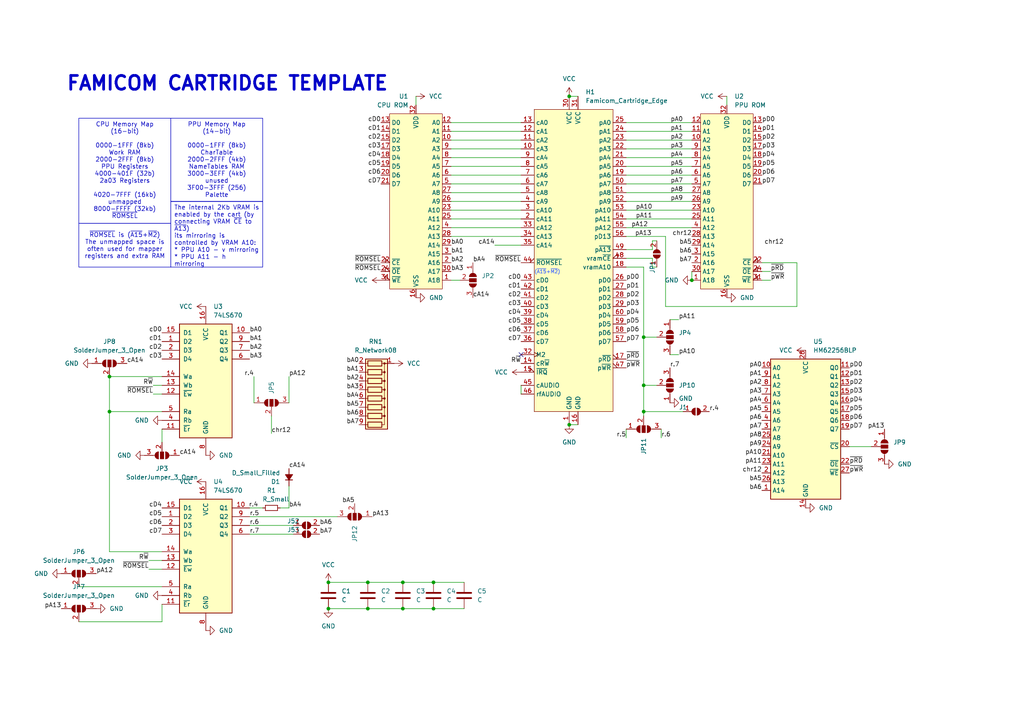
<source format=kicad_sch>
(kicad_sch (version 20230121) (generator eeschema)
  (paper "A4")
  (lib_symbols
    (symbol "74xx:74LS670" (pin_names (offset 1.016))
      (property "Reference" "U" (at -7.62 16.51 0))
      (property "Value" "74LS670" (at -7.62 -19.05 0))
      (symbol "74LS670_1_0"
        (pin input line (at -12.7 10.16 0) (length 5.08) (name "D2") (number "1"))
        (pin tri_state line (at 12.7 12.7 180) (length 5.08) (name "Q1") (number "10"))
        (pin input line (at -12.7 -15.24 0) (length 5.08) (name "~{Er}") (number "11"))
        (pin input line (at -12.7 -5.08 0) (length 5.08) (name "~{Ew}") (number "12"))
        (pin input line (at -12.7 -2.54 0) (length 5.08) (name "Wb") (number "13"))
        (pin input line (at -12.7 0 0) (length 5.08) (name "Wa") (number "14"))
        (pin input line (at -12.7 12.7 0) (length 5.08) (name "D1") (number "15"))
        (pin power_in line (at 0 20.32 270) (length 5.08) (name "VCC") (number "16"))
        (pin input line (at -12.7 7.62 0) (length 5.08) (name "D3") (number "2"))
        (pin input line (at -12.7 5.08 0) (length 5.08) (name "D4") (number "3"))
        (pin input line (at -12.7 -12.7 0) (length 5.08) (name "Rb") (number "4"))
        (pin input line (at -12.7 -10.16 0) (length 5.08) (name "Ra") (number "5"))
        (pin tri_state line (at 12.7 5.08 180) (length 5.08) (name "Q4") (number "6"))
        (pin tri_state line (at 12.7 7.62 180) (length 5.08) (name "Q3") (number "7"))
        (pin power_in line (at 0 -22.86 90) (length 5.08) (name "GND") (number "8"))
        (pin tri_state line (at 12.7 10.16 180) (length 5.08) (name "Q2") (number "9"))
      )
      (symbol "74LS670_1_1"
        (rectangle (start -7.62 15.24) (end 7.62 -17.78) (stroke (width 0.254)) (fill (type background)))
      )
    )
    (symbol "Device:C" (pin_numbers hide) (pin_names (offset 0.254))
      (property "Reference" "C" (at 0.635 2.54 0))
      (property "Value" "C" (at 0.635 -2.54 0))
      (symbol "C_0_1"
        (polyline (pts (xy -2.032 -0.762) (xy 2.032 -0.762)) (stroke (width 0.508)))
        (polyline (pts (xy -2.032 0.762) (xy 2.032 0.762)) (stroke (width 0.508)))
      )
      (symbol "C_1_1"
        (pin passive line (at 0 3.81 270) (length 2.794) (name "~") (number "1"))
        (pin passive line (at 0 -3.81 90) (length 2.794) (name "~") (number "2"))
      )
    )
    (symbol "Device:D_Small_Filled" (pin_numbers hide) (pin_names (offset 0.254) hide)
      (property "Reference" "D" (at -1.27 2.032 0))
      (property "Value" "D_Small_Filled" (at -3.81 -2.032 0))
      (symbol "D_Small_Filled_0_1"
        (polyline (pts (xy -0.762 -1.016) (xy -0.762 1.016)) (stroke (width 0.254)))
        (polyline (pts (xy -0.762 0) (xy 0.762 0)))
        (polyline (pts (xy 0.762 -1.016) (xy -0.762 0) (xy 0.762 1.016) (xy 0.762 -1.016)) (stroke (width 0.254)) (fill (type outline)))
      )
      (symbol "D_Small_Filled_1_1"
        (pin passive line (at -2.54 0 0) (length 1.778) (name "K") (number "1"))
        (pin passive line (at 2.54 0 180) (length 1.778) (name "A") (number "2"))
      )
    )
    (symbol "Device:R_Network08" (pin_names (offset 0) hide)
      (property "Reference" "RN" (at -12.7 0 90))
      (property "Value" "R_Network08" (at 10.16 0 90))
      (symbol "R_Network08_0_1"
        (rectangle (start -11.43 -3.175) (end 8.89 3.175) (stroke (width 0.254)) (fill (type background)))
        (rectangle (start -10.922 1.524) (end -9.398 -2.54) (stroke (width 0.254)))
        (circle (center -10.16 2.286) (radius 0.254) (fill (type outline)))
        (rectangle (start -8.382 1.524) (end -6.858 -2.54) (stroke (width 0.254)))
        (circle (center -7.62 2.286) (radius 0.254) (fill (type outline)))
        (rectangle (start -5.842 1.524) (end -4.318 -2.54) (stroke (width 0.254)))
        (circle (center -5.08 2.286) (radius 0.254) (fill (type outline)))
        (rectangle (start -3.302 1.524) (end -1.778 -2.54) (stroke (width 0.254)))
        (circle (center -2.54 2.286) (radius 0.254) (fill (type outline)))
        (rectangle (start -0.762 1.524) (end 0.762 -2.54) (stroke (width 0.254)))
        (polyline (pts (xy -10.16 -2.54) (xy -10.16 -3.81)))
        (polyline (pts (xy -7.62 -2.54) (xy -7.62 -3.81)))
        (polyline (pts (xy -5.08 -2.54) (xy -5.08 -3.81)))
        (polyline (pts (xy -2.54 -2.54) (xy -2.54 -3.81)))
        (polyline (pts (xy 0 -2.54) (xy 0 -3.81)))
        (polyline (pts (xy 2.54 -2.54) (xy 2.54 -3.81)))
        (polyline (pts (xy 5.08 -2.54) (xy 5.08 -3.81)))
        (polyline (pts (xy 7.62 -2.54) (xy 7.62 -3.81)))
        (polyline (pts (xy -10.16 1.524) (xy -10.16 2.286) (xy -7.62 2.286) (xy -7.62 1.524)))
        (polyline (pts (xy -7.62 1.524) (xy -7.62 2.286) (xy -5.08 2.286) (xy -5.08 1.524)))
        (polyline (pts (xy -5.08 1.524) (xy -5.08 2.286) (xy -2.54 2.286) (xy -2.54 1.524)))
        (polyline (pts (xy -2.54 1.524) (xy -2.54 2.286) (xy 0 2.286) (xy 0 1.524)))
        (polyline (pts (xy 0 1.524) (xy 0 2.286) (xy 2.54 2.286) (xy 2.54 1.524)))
        (polyline (pts (xy 2.54 1.524) (xy 2.54 2.286) (xy 5.08 2.286) (xy 5.08 1.524)))
        (polyline (pts (xy 5.08 1.524) (xy 5.08 2.286) (xy 7.62 2.286) (xy 7.62 1.524)))
        (circle (center 0 2.286) (radius 0.254) (fill (type outline)))
        (rectangle (start 1.778 1.524) (end 3.302 -2.54) (stroke (width 0.254)))
        (circle (center 2.54 2.286) (radius 0.254) (fill (type outline)))
        (rectangle (start 4.318 1.524) (end 5.842 -2.54) (stroke (width 0.254)))
        (circle (center 5.08 2.286) (radius 0.254) (fill (type outline)))
        (rectangle (start 6.858 1.524) (end 8.382 -2.54) (stroke (width 0.254)))
      )
      (symbol "R_Network08_1_1"
        (pin passive line (at -10.16 5.08 270) (length 2.54) (name "common") (number "1"))
        (pin passive line (at -10.16 -5.08 90) (length 1.27) (name "R1") (number "2"))
        (pin passive line (at -7.62 -5.08 90) (length 1.27) (name "R2") (number "3"))
        (pin passive line (at -5.08 -5.08 90) (length 1.27) (name "R3") (number "4"))
        (pin passive line (at -2.54 -5.08 90) (length 1.27) (name "R4") (number "5"))
        (pin passive line (at 0 -5.08 90) (length 1.27) (name "R5") (number "6"))
        (pin passive line (at 2.54 -5.08 90) (length 1.27) (name "R6") (number "7"))
        (pin passive line (at 5.08 -5.08 90) (length 1.27) (name "R7") (number "8"))
        (pin passive line (at 7.62 -5.08 90) (length 1.27) (name "R8") (number "9"))
      )
    )
    (symbol "Device:R_Small" (pin_numbers hide) (pin_names (offset 0.254) hide)
      (property "Reference" "R" (at 0.762 0.508 0))
      (property "Value" "R_Small" (at 0.762 -1.016 0))
      (symbol "R_Small_0_1"
        (rectangle (start -0.762 1.778) (end 0.762 -1.778) (stroke (width 0.2032)))
      )
      (symbol "R_Small_1_1"
        (pin passive line (at 0 2.54 270) (length 0.762) (name "~") (number "1"))
        (pin passive line (at 0 -2.54 90) (length 0.762) (name "~") (number "2"))
      )
    )
    (symbol "Famicom:Famicom_Cartridge_Edge"
      (property "Reference" "J" (at 19.05 92.71 0))
      (property "Value" "Famicom_Cartridge_Edge" (at 0 0 0))
      (symbol "Famicom_Cartridge_Edge_1_1"
        (rectangle (start 5.08 91.44) (end 27.94 3.81) (fill (type background)))
        (text "(~{A15}+~{M2})" (at 8.89 44.45 0) (effects (font (size 1 1))))
        (pin power_out line (at 15.24 0 90) (length 3.81) (name "GND") (number "1"))
        (pin output line (at 1.27 80.01 0) (length 3.81) (name "cA3") (number "10"))
        (pin output line (at 1.27 82.55 0) (length 3.81) (name "cA2") (number "11"))
        (pin output line (at 1.27 85.09 0) (length 3.81) (name "cA1") (number "12"))
        (pin output line (at 1.27 87.63 0) (length 3.81) (name "cA0") (number "13"))
        (pin output line (at 1.27 17.78 0) (length 3.81) (name "cR~{W}") (number "14"))
        (pin input input_low (at 1.27 15.24 0) (length 3.81) (name "~{IRQ}") (number "15"))
        (pin passive line (at 17.78 0 90) (length 3.81) (name "GND") (number "16"))
        (pin output output_low (at 31.75 19.05 180) (length 3.81) (name "p~{RD}") (number "17"))
        (pin input line (at 31.75 45.72 180) (length 3.81) (name "vramA10") (number "18"))
        (pin output line (at 31.75 72.39 180) (length 3.81) (name "pA6") (number "19"))
        (pin output line (at 1.27 59.69 0) (length 3.81) (name "cA11") (number "2"))
        (pin output line (at 31.75 74.93 180) (length 3.81) (name "pA5") (number "20"))
        (pin output line (at 31.75 77.47 180) (length 3.81) (name "pA4") (number "21"))
        (pin output line (at 31.75 80.01 180) (length 3.81) (name "pA3") (number "22"))
        (pin output line (at 31.75 82.55 180) (length 3.81) (name "pA2") (number "23"))
        (pin output line (at 31.75 85.09 180) (length 3.81) (name "pA1") (number "24"))
        (pin output line (at 31.75 87.63 180) (length 3.81) (name "pA0") (number "25"))
        (pin bidirectional line (at 31.75 41.91 180) (length 3.81) (name "pD0") (number "26"))
        (pin bidirectional line (at 31.75 39.37 180) (length 3.81) (name "pD1") (number "27"))
        (pin bidirectional line (at 31.75 36.83 180) (length 3.81) (name "pD2") (number "28"))
        (pin bidirectional line (at 31.75 34.29 180) (length 3.81) (name "pD3") (number "29"))
        (pin output line (at 1.27 62.23 0) (length 3.81) (name "cA10") (number "3"))
        (pin power_out line (at 15.24 95.25 270) (length 3.81) (name "VCC") (number "30"))
        (pin passive line (at 17.78 95.25 270) (length 3.81) (name "VCC") (number "31"))
        (pin output clock (at 1.27 20.32 0) (length 3.81) (name "M2") (number "32"))
        (pin output line (at 1.27 57.15 0) (length 3.81) (name "cA12") (number "33"))
        (pin output line (at 1.27 54.61 0) (length 3.81) (name "cA13") (number "34"))
        (pin output line (at 1.27 52.07 0) (length 3.81) (name "cA14") (number "35"))
        (pin bidirectional line (at 1.27 24.13 0) (length 3.81) (name "cD7") (number "36"))
        (pin bidirectional line (at 1.27 26.67 0) (length 3.81) (name "cD6") (number "37"))
        (pin bidirectional line (at 1.27 29.21 0) (length 3.81) (name "cD5") (number "38"))
        (pin bidirectional line (at 1.27 31.75 0) (length 3.81) (name "cD4") (number "39"))
        (pin output line (at 1.27 64.77 0) (length 3.81) (name "cA9") (number "4"))
        (pin bidirectional line (at 1.27 34.29 0) (length 3.81) (name "cD3") (number "40"))
        (pin bidirectional line (at 1.27 36.83 0) (length 3.81) (name "cD2") (number "41"))
        (pin bidirectional line (at 1.27 39.37 0) (length 3.81) (name "cD1") (number "42"))
        (pin bidirectional line (at 1.27 41.91 0) (length 3.81) (name "cD0") (number "43"))
        (pin output output_low (at 1.27 46.99 0) (length 3.81) (name "~{ROMSEL}") (number "44"))
        (pin output line (at 1.27 11.43 0) (length 3.81) (name "cAUDIO") (number "45"))
        (pin input line (at 1.27 8.89 0) (length 3.81) (name "rfAUDIO") (number "46"))
        (pin output output_low (at 31.75 16.51 180) (length 3.81) (name "p~{WR}") (number "47"))
        (pin input input_low (at 31.75 48.26 180) (length 3.81) (name "vram~{CE}") (number "48"))
        (pin output line (at 31.75 50.8 180) (length 3.81) (name "p~{A13}") (number "49"))
        (pin output line (at 1.27 67.31 0) (length 3.81) (name "cA8") (number "5"))
        (pin output line (at 31.75 69.85 180) (length 3.81) (name "pA7") (number "50"))
        (pin output line (at 31.75 67.31 180) (length 3.81) (name "pA8") (number "51"))
        (pin output line (at 31.75 64.77 180) (length 3.81) (name "pA9") (number "52"))
        (pin output line (at 31.75 62.23 180) (length 3.81) (name "pA10") (number "53"))
        (pin output line (at 31.75 59.69 180) (length 3.81) (name "pA11") (number "54"))
        (pin output line (at 31.75 57.15 180) (length 3.81) (name "pA12") (number "55"))
        (pin output line (at 31.75 54.61 180) (length 3.81) (name "pD13") (number "56"))
        (pin bidirectional line (at 31.75 24.13 180) (length 3.81) (name "pD7") (number "57"))
        (pin bidirectional line (at 31.75 26.67 180) (length 3.81) (name "pD6") (number "58"))
        (pin bidirectional line (at 31.75 29.21 180) (length 3.81) (name "pD5") (number "59"))
        (pin output line (at 1.27 69.85 0) (length 3.81) (name "cA7") (number "6"))
        (pin bidirectional line (at 31.75 31.75 180) (length 3.81) (name "pD4") (number "60"))
        (pin output line (at 1.27 72.39 0) (length 3.81) (name "cA6") (number "7"))
        (pin output line (at 1.27 74.93 0) (length 3.81) (name "cA5") (number "8"))
        (pin output line (at 1.27 77.47 0) (length 3.81) (name "cA4") (number "9"))
      )
    )
    (symbol "Jumper:SolderJumper_2_Open" (pin_names (offset 0) hide)
      (property "Reference" "JP" (at 0 2.032 0))
      (property "Value" "SolderJumper_2_Open" (at 0 -2.54 0))
      (symbol "SolderJumper_2_Open_0_1"
        (arc (start -0.254 1.016) (mid -1.2656 0) (end -0.254 -1.016))
        (arc (start -0.254 1.016) (mid -1.2656 0) (end -0.254 -1.016) (fill (type outline)))
        (polyline (pts (xy -0.254 1.016) (xy -0.254 -1.016)))
        (polyline (pts (xy 0.254 1.016) (xy 0.254 -1.016)))
        (arc (start 0.254 -1.016) (mid 1.2656 0) (end 0.254 1.016))
        (arc (start 0.254 -1.016) (mid 1.2656 0) (end 0.254 1.016) (fill (type outline)))
      )
      (symbol "SolderJumper_2_Open_1_1"
        (pin passive line (at -3.81 0 0) (length 2.54) (name "A") (number "1"))
        (pin passive line (at 3.81 0 180) (length 2.54) (name "B") (number "2"))
      )
    )
    (symbol "Jumper:SolderJumper_3_Open" (pin_names (offset 0) hide)
      (property "Reference" "JP" (at -2.54 -2.54 0))
      (property "Value" "SolderJumper_3_Open" (at 0 2.794 0))
      (symbol "SolderJumper_3_Open_0_1"
        (arc (start -1.016 1.016) (mid -2.0276 0) (end -1.016 -1.016))
        (arc (start -1.016 1.016) (mid -2.0276 0) (end -1.016 -1.016) (fill (type outline)))
        (rectangle (start -0.508 1.016) (end 0.508 -1.016) (fill (type outline)))
        (polyline (pts (xy -2.54 0) (xy -2.032 0)))
        (polyline (pts (xy -1.016 1.016) (xy -1.016 -1.016)))
        (polyline (pts (xy 0 -1.27) (xy 0 -1.016)))
        (polyline (pts (xy 1.016 1.016) (xy 1.016 -1.016)))
        (polyline (pts (xy 2.54 0) (xy 2.032 0)))
        (arc (start 1.016 -1.016) (mid 2.0276 0) (end 1.016 1.016))
        (arc (start 1.016 -1.016) (mid 2.0276 0) (end 1.016 1.016) (fill (type outline)))
      )
      (symbol "SolderJumper_3_Open_1_1"
        (pin passive line (at -5.08 0 0) (length 2.54) (name "A") (number "1"))
        (pin passive line (at 0 -3.81 90) (length 2.54) (name "C") (number "2"))
        (pin passive line (at 5.08 0 180) (length 2.54) (name "B") (number "3"))
      )
    )
    (symbol "Memory_Lib:SST39SF040"
      (property "Reference" "U" (at 11.43 54.61 0))
      (property "Value" "SST39SF040" (at 19.05 52.07 0))
      (symbol "SST39SF040_1_1"
        (rectangle (start 0 50.8) (end 15.24 0) (fill (type background)))
        (pin input line (at -2.54 2.54 0) (length 2.54) (name "A18") (number "1"))
        (pin input line (at -2.54 43.18 0) (length 2.54) (name "A2") (number "10"))
        (pin input line (at -2.54 45.72 0) (length 2.54) (name "A1") (number "11"))
        (pin input line (at -2.54 48.26 0) (length 2.54) (name "A0") (number "12"))
        (pin bidirectional line (at 17.78 48.26 180) (length 2.54) (name "D0") (number "13"))
        (pin bidirectional line (at 17.78 45.72 180) (length 2.54) (name "D1") (number "14"))
        (pin bidirectional line (at 17.78 43.18 180) (length 2.54) (name "D2") (number "15"))
        (pin power_in line (at 7.62 -2.54 90) (length 2.54) (name "VSS") (number "16"))
        (pin bidirectional line (at 17.78 40.64 180) (length 2.54) (name "D3") (number "17"))
        (pin bidirectional line (at 17.78 38.1 180) (length 2.54) (name "D4") (number "18"))
        (pin bidirectional line (at 17.78 35.56 180) (length 2.54) (name "D5") (number "19"))
        (pin input line (at -2.54 7.62 0) (length 2.54) (name "A16") (number "2"))
        (pin bidirectional line (at 17.78 33.02 180) (length 2.54) (name "D6") (number "20"))
        (pin bidirectional line (at 17.78 30.48 180) (length 2.54) (name "D7") (number "21"))
        (pin input input_low (at 17.78 7.62 180) (length 2.54) (name "~{CE}") (number "22"))
        (pin input line (at -2.54 22.86 0) (length 2.54) (name "A10") (number "23"))
        (pin input input_low (at 17.78 5.08 180) (length 2.54) (name "~{OE}") (number "24"))
        (pin input line (at -2.54 20.32 0) (length 2.54) (name "A11") (number "25"))
        (pin input line (at -2.54 25.4 0) (length 2.54) (name "A9") (number "26"))
        (pin input line (at -2.54 27.94 0) (length 2.54) (name "A8") (number "27"))
        (pin input line (at -2.54 15.24 0) (length 2.54) (name "A13") (number "28"))
        (pin input line (at -2.54 12.7 0) (length 2.54) (name "A14") (number "29"))
        (pin input line (at -2.54 10.16 0) (length 2.54) (name "A15") (number "3"))
        (pin input line (at -2.54 5.08 0) (length 2.54) (name "A17") (number "30"))
        (pin input input_low (at 17.78 2.54 180) (length 2.54) (name "~{WE}") (number "31"))
        (pin power_in line (at 7.62 53.34 270) (length 2.54) (name "VDD") (number "32"))
        (pin input line (at -2.54 17.78 0) (length 2.54) (name "A12") (number "4"))
        (pin input line (at -2.54 30.48 0) (length 2.54) (name "A7") (number "5"))
        (pin input line (at -2.54 33.02 0) (length 2.54) (name "A6") (number "6"))
        (pin input line (at -2.54 35.56 0) (length 2.54) (name "A5") (number "7"))
        (pin input line (at -2.54 38.1 0) (length 2.54) (name "A4") (number "8"))
        (pin input line (at -2.54 40.64 0) (length 2.54) (name "A3") (number "9"))
      )
    )
    (symbol "Memory_RAM:HM62256BLP"
      (property "Reference" "U" (at -10.16 20.955 0))
      (property "Value" "HM62256BLP" (at 2.54 20.955 0))
      (symbol "HM62256BLP_0_0"
        (pin power_in line (at 0 -22.86 90) (length 2.54) (name "GND") (number "14"))
        (pin power_in line (at 0 22.86 270) (length 2.54) (name "VCC") (number "28"))
      )
      (symbol "HM62256BLP_0_1"
        (rectangle (start -10.16 20.32) (end 10.16 -20.32) (stroke (width 0.254)) (fill (type background)))
      )
      (symbol "HM62256BLP_1_1"
        (pin input line (at -12.7 -17.78 0) (length 2.54) (name "A14") (number "1"))
        (pin input line (at -12.7 17.78 0) (length 2.54) (name "A0") (number "10"))
        (pin tri_state line (at 12.7 17.78 180) (length 2.54) (name "Q0") (number "11"))
        (pin tri_state line (at 12.7 15.24 180) (length 2.54) (name "Q1") (number "12"))
        (pin tri_state line (at 12.7 12.7 180) (length 2.54) (name "Q2") (number "13"))
        (pin tri_state line (at 12.7 10.16 180) (length 2.54) (name "Q3") (number "15"))
        (pin tri_state line (at 12.7 7.62 180) (length 2.54) (name "Q4") (number "16"))
        (pin tri_state line (at 12.7 5.08 180) (length 2.54) (name "Q5") (number "17"))
        (pin tri_state line (at 12.7 2.54 180) (length 2.54) (name "Q6") (number "18"))
        (pin tri_state line (at 12.7 0 180) (length 2.54) (name "Q7") (number "19"))
        (pin input line (at -12.7 -12.7 0) (length 2.54) (name "A12") (number "2"))
        (pin input line (at 12.7 -5.08 180) (length 2.54) (name "~{CS}") (number "20"))
        (pin input line (at -12.7 -7.62 0) (length 2.54) (name "A10") (number "21"))
        (pin input line (at 12.7 -10.16 180) (length 2.54) (name "~{OE}") (number "22"))
        (pin input line (at -12.7 -10.16 0) (length 2.54) (name "A11") (number "23"))
        (pin input line (at -12.7 -5.08 0) (length 2.54) (name "A9") (number "24"))
        (pin input line (at -12.7 -2.54 0) (length 2.54) (name "A8") (number "25"))
        (pin input line (at -12.7 -15.24 0) (length 2.54) (name "A13") (number "26"))
        (pin input line (at 12.7 -12.7 180) (length 2.54) (name "~{WE}") (number "27"))
        (pin input line (at -12.7 0 0) (length 2.54) (name "A7") (number "3"))
        (pin input line (at -12.7 2.54 0) (length 2.54) (name "A6") (number "4"))
        (pin input line (at -12.7 5.08 0) (length 2.54) (name "A5") (number "5"))
        (pin input line (at -12.7 7.62 0) (length 2.54) (name "A4") (number "6"))
        (pin input line (at -12.7 10.16 0) (length 2.54) (name "A3") (number "7"))
        (pin input line (at -12.7 12.7 0) (length 2.54) (name "A2") (number "8"))
        (pin input line (at -12.7 15.24 0) (length 2.54) (name "A1") (number "9"))
      )
    )
    (symbol "power:GND" (power) (pin_names (offset 0))
      (property "Value" "GND" (at 0 -3.81 0))
      (symbol "GND_0_1"
        (polyline (pts (xy 0 0) (xy 0 -1.27) (xy 1.27 -1.27) (xy 0 -2.54) (xy -1.27 -1.27) (xy 0 -1.27)))
      )
      (symbol "GND_1_1"
        (pin power_in line (at 0 0 270) (length 0) hide (name "GND") (number "1"))
      )
    )
    (symbol "power:VCC" (power) (pin_names (offset 0))
      (property "Value" "VCC" (at 0 3.81 0))
      (symbol "VCC_0_1"
        (polyline (pts (xy -0.762 1.27) (xy 0 2.54)))
        (polyline (pts (xy 0 0) (xy 0 2.54)))
        (polyline (pts (xy 0 2.54) (xy 0.762 1.27)))
      )
      (symbol "VCC_1_1"
        (pin power_in line (at 0 0 90) (length 0) hide (name "VCC") (number "1"))
      )
    )
  )
  (junction (at 125.73 168.91))
  (junction (at 31.75 119.38))
  (junction (at 165.1 123.19))
  (junction (at 165.1 27.94))
  (junction (at 106.68 176.53))
  (junction (at 200.66 81.28))
  (junction (at 31.75 109.22))
  (junction (at 95.25 168.91))
  (junction (at 125.73 176.53))
  (junction (at 106.68 168.91))
  (junction (at 186.69 111.76))
  (junction (at 116.84 176.53))
  (junction (at 95.25 176.53))
  (junction (at 116.84 168.91))
  (junction (at 186.69 97.79))
  (junction (at 186.69 119.38))
  (no_connect (at 151.13 102.87))
  (wire (pts (xy 246.38 129.54) (xy 252.73 129.54)))
  (wire (pts (xy 72.39 147.32) (xy 76.2 147.32)))
  (wire (pts (xy 181.61 77.47) (xy 186.69 77.47)))
  (wire (pts (xy 120.65 27.94) (xy 120.65 30.48)))
  (wire (pts (xy 181.61 66.04) (xy 200.66 66.04)))
  (wire (pts (xy 116.84 168.91) (xy 125.73 168.91)))
  (wire (pts (xy 186.69 111.76) (xy 186.69 119.38)))
  (wire (pts (xy 130.81 35.56) (xy 151.13 35.56)))
  (wire (pts (xy 189.23 74.93) (xy 189.23 77.47)))
  (wire (pts (xy 231.14 88.9) (xy 193.04 88.9)))
  (wire (pts (xy 31.75 119.38) (xy 31.75 160.02)))
  (wire (pts (xy 81.28 147.32) (xy 83.82 147.32)))
  (wire (pts (xy 181.61 63.5) (xy 200.66 63.5)))
  (wire (pts (xy 181.61 53.34) (xy 200.66 53.34)))
  (wire (pts (xy 46.99 119.38) (xy 31.75 119.38)))
  (wire (pts (xy 130.81 68.58) (xy 151.13 68.58)))
  (wire (pts (xy 220.98 76.2) (xy 231.14 76.2)))
  (wire (pts (xy 130.81 63.5) (xy 151.13 63.5)))
  (wire (pts (xy 31.75 109.22) (xy 46.99 109.22)))
  (wire (pts (xy 130.81 43.18) (xy 151.13 43.18)))
  (wire (pts (xy 72.39 149.86) (xy 97.79 149.86)))
  (wire (pts (xy 130.81 38.1) (xy 151.13 38.1)))
  (wire (pts (xy 130.81 60.96) (xy 151.13 60.96)))
  (wire (pts (xy 181.61 48.26) (xy 200.66 48.26)))
  (wire (pts (xy 83.82 140.97) (xy 83.82 147.32)))
  (wire (pts (xy 22.86 180.34) (xy 46.99 180.34)))
  (wire (pts (xy 95.25 176.53) (xy 106.68 176.53)))
  (wire (pts (xy 186.69 119.38) (xy 186.69 120.65)))
  (wire (pts (xy 210.82 27.94) (xy 210.82 30.48)))
  (wire (pts (xy 72.39 154.94) (xy 85.09 154.94)))
  (wire (pts (xy 143.51 71.12) (xy 151.13 71.12)))
  (wire (pts (xy 186.69 97.79) (xy 190.5 97.79)))
  (wire (pts (xy 181.61 74.93) (xy 189.23 74.93)))
  (wire (pts (xy 194.31 92.71) (xy 196.85 92.71)))
  (wire (pts (xy 130.81 48.26) (xy 151.13 48.26)))
  (wire (pts (xy 189.23 69.85) (xy 189.23 72.39)))
  (wire (pts (xy 231.14 76.2) (xy 231.14 88.9)))
  (wire (pts (xy 44.45 111.76) (xy 46.99 111.76)))
  (wire (pts (xy 151.13 111.76) (xy 151.13 114.3)))
  (wire (pts (xy 181.61 68.58) (xy 193.04 68.58)))
  (wire (pts (xy 130.81 45.72) (xy 151.13 45.72)))
  (wire (pts (xy 130.81 40.64) (xy 151.13 40.64)))
  (wire (pts (xy 130.81 66.04) (xy 151.13 66.04)))
  (wire (pts (xy 191.77 127) (xy 191.77 124.46)))
  (wire (pts (xy 181.61 72.39) (xy 189.23 72.39)))
  (wire (pts (xy 186.69 111.76) (xy 186.69 97.79)))
  (wire (pts (xy 73.66 109.22) (xy 73.66 116.84)))
  (wire (pts (xy 181.61 50.8) (xy 200.66 50.8)))
  (wire (pts (xy 125.73 168.91) (xy 134.62 168.91)))
  (wire (pts (xy 223.52 81.28) (xy 220.98 81.28)))
  (wire (pts (xy 165.1 123.19) (xy 167.64 123.19)))
  (wire (pts (xy 83.82 109.22) (xy 83.82 116.84)))
  (wire (pts (xy 78.74 125.73) (xy 78.74 120.65)))
  (wire (pts (xy 200.66 78.74) (xy 200.66 81.28)))
  (wire (pts (xy 198.12 119.38) (xy 186.69 119.38)))
  (wire (pts (xy 181.61 43.18) (xy 200.66 43.18)))
  (wire (pts (xy 130.81 50.8) (xy 151.13 50.8)))
  (wire (pts (xy 72.39 152.4) (xy 85.09 152.4)))
  (wire (pts (xy 130.81 53.34) (xy 151.13 53.34)))
  (wire (pts (xy 22.86 170.18) (xy 46.99 170.18)))
  (wire (pts (xy 181.61 35.56) (xy 200.66 35.56)))
  (wire (pts (xy 181.61 58.42) (xy 200.66 58.42)))
  (wire (pts (xy 106.68 176.53) (xy 116.84 176.53)))
  (wire (pts (xy 190.5 77.47) (xy 189.23 77.47)))
  (wire (pts (xy 223.52 78.74) (xy 220.98 78.74)))
  (wire (pts (xy 196.85 102.87) (xy 194.31 102.87)))
  (wire (pts (xy 46.99 124.46) (xy 46.99 128.27)))
  (wire (pts (xy 43.18 165.1) (xy 46.99 165.1)))
  (wire (pts (xy 31.75 160.02) (xy 46.99 160.02)))
  (wire (pts (xy 130.81 58.42) (xy 151.13 58.42)))
  (wire (pts (xy 130.81 55.88) (xy 151.13 55.88)))
  (wire (pts (xy 95.25 168.91) (xy 106.68 168.91)))
  (wire (pts (xy 44.45 114.3) (xy 46.99 114.3)))
  (wire (pts (xy 181.61 60.96) (xy 200.66 60.96)))
  (wire (pts (xy 181.61 55.88) (xy 200.66 55.88)))
  (wire (pts (xy 130.81 81.28) (xy 133.35 81.28)))
  (wire (pts (xy 46.99 180.34) (xy 46.99 175.26)))
  (wire (pts (xy 190.5 69.85) (xy 189.23 69.85)))
  (wire (pts (xy 181.61 40.64) (xy 200.66 40.64)))
  (wire (pts (xy 186.69 77.47) (xy 186.69 97.79)))
  (wire (pts (xy 165.1 27.94) (xy 167.64 27.94)))
  (wire (pts (xy 106.68 168.91) (xy 116.84 168.91)))
  (wire (pts (xy 181.61 38.1) (xy 200.66 38.1)))
  (wire (pts (xy 190.5 111.76) (xy 186.69 111.76)))
  (wire (pts (xy 193.04 88.9) (xy 193.04 68.58)))
  (wire (pts (xy 181.61 127) (xy 181.61 124.46)))
  (wire (pts (xy 31.75 119.38) (xy 31.75 109.22)))
  (wire (pts (xy 181.61 45.72) (xy 200.66 45.72)))
  (wire (pts (xy 43.18 162.56) (xy 46.99 162.56)))
  (wire (pts (xy 125.73 176.53) (xy 134.62 176.53)))
  (wire (pts (xy 116.84 176.53) (xy 125.73 176.53)))
  (text_box "PPU Memory Map (14-bit)\n\n0000-1FFF (8kb) CharTable\n2000-2FFF (4kb) NameTables RAM\n3000-3EFF (4kb)  unused\n3F00-3FFF (256)  Palette" (at 49.53 34.29 0) (size 26.67 24.13) (effects (font (size 1.27 1.27)) (justify top)))
  (text_box "CPU Memory Map (16-bit)\n\n0000-1FFF (8kb)\nWork RAM\n2000-2FFF (8kb)\nPPU Registers\n4000-401F (32b) \n2a03 Registers\n\n4020-7FFF (16kb) \nunmapped\n8000-FFFF (32kb) \n~{ROMSEL}" (at 22.86 34.29 0) (size 26.67 30.48) (effects (font (size 1.27 1.27)) (justify top)))
  (text_box "~{ROMSEL} is (~{A15}+~{M2})\nThe unmapped space is often used for mapper registers and extra RAM" (at 22.86 64.77 0) (size 26.67 12.7) (effects (font (size 1.27 1.27))))
  (text_box "The internal 2Kb VRAM is enabled by the cart (by connecting VRAM ~{CE} to ~{A13})\nits mirroring is controlled by VRAM A10: \n* PPU A10 - v mirroring\n* PPU A11 - h mirroring" (at 49.53 58.42 0) (size 26.67 19.05) (effects (font (size 1.27 1.27)) (justify left top)))
  (text "FAMICOM CARTRIDGE TEMPLATE" (at 19.05 26.67 0) (effects (font (size 4 4) (thickness 0.8) bold) (justify left bottom)))
  (label "bA1" (at 72.39 99.06 0))
  (label "r.7" (at 72.39 154.94 0))
  (label "cD2" (at 110.49 40.64 180))
  (label "pA10" (at 220.98 132.08 180))
  (label "r.7" (at 194.31 106.68 0))
  (label "bA7" (at 104.14 123.19 180))
  (label "~{pWR}" (at 223.52 81.28 0))
  (label "bA2" (at 130.81 76.2 0))
  (label "pD0" (at 181.61 81.28 0))
  (label "cD6" (at 46.99 152.4 180))
  (label "pA2" (at 220.98 111.76 180))
  (label "cD0" (at 46.99 96.52 180))
  (label "cD1" (at 110.49 38.1 180))
  (label "cD2" (at 46.99 101.6 180))
  (label "cD7" (at 46.99 154.94 180))
  (label "bA6" (at 220.98 142.24 180))
  (label "~{ROMSEL}" (at 110.49 76.2 180))
  (label "~{ROMSEL}" (at 151.13 76.2 180))
  (label "bA3" (at 104.14 113.03 180))
  (label "pD2" (at 220.98 40.64 0))
  (label "r.6" (at 191.77 127 0))
  (label "~{ROMSEL}" (at 43.18 165.1 180))
  (label "chr12" (at 78.74 125.73 0))
  (label "bA0" (at 72.39 96.52 0))
  (label "cD4" (at 110.49 45.72 180))
  (label "pA13" (at 107.95 149.86 0))
  (label "cD1" (at 46.99 99.06 180))
  (label "pD4" (at 220.98 45.72 0))
  (label "bA7" (at 92.71 154.94 0))
  (label "~{pRD}" (at 181.61 104.14 0))
  (label "cD5" (at 151.13 93.98 180))
  (label "cD6" (at 110.49 50.8 180))
  (label "pA7" (at 198.12 53.34 180))
  (label "bA4" (at 104.14 115.57 180))
  (label "pA5" (at 220.98 119.38 180))
  (label "pA4" (at 198.12 45.72 180))
  (label "R~{W}" (at 44.45 111.76 180))
  (label "pA5" (at 198.12 48.26 180))
  (label "pA6" (at 198.12 50.8 180))
  (label "cD1" (at 151.13 83.82 180))
  (label "pA0" (at 198.12 35.56 180))
  (label "pA11" (at 189.23 63.5 180))
  (label "cD3" (at 46.99 104.14 180))
  (label "pA11" (at 196.85 92.71 0))
  (label "pA12" (at 187.96 66.04 180))
  (label "pD1" (at 181.61 83.82 0))
  (label "cD6" (at 151.13 96.52 180))
  (label "r.6" (at 72.39 152.4 0))
  (label "~{pWR}" (at 246.38 137.16 0))
  (label "chr12" (at 227.33 71.12 180))
  (label "pA6" (at 220.98 121.92 180))
  (label "cD4" (at 46.99 147.32 180))
  (label "pA8" (at 220.98 127 180))
  (label "bA7" (at 200.66 76.2 180))
  (label "pD3" (at 246.38 114.3 0))
  (label "bA6" (at 200.66 73.66 180))
  (label "bA2" (at 72.39 101.6 0))
  (label "r.4" (at 73.66 109.22 180))
  (label "pD4" (at 246.38 116.84 0))
  (label "bA0" (at 130.81 71.12 0))
  (label "~{pWR}" (at 181.61 106.68 0))
  (label "pA12" (at 83.82 109.22 0))
  (label "cD5" (at 46.99 149.86 180))
  (label "pD7" (at 246.38 124.46 0))
  (label "pD6" (at 181.61 96.52 0))
  (label "chr12" (at 200.66 68.58 180))
  (label "pA13" (at 184.15 68.58 0))
  (label "pA10" (at 196.85 102.87 0))
  (label "cD3" (at 151.13 88.9 180))
  (label "pA1" (at 220.98 109.22 180))
  (label "pA1" (at 198.12 38.1 180))
  (label "pD5" (at 246.38 119.38 0))
  (label "pD5" (at 220.98 48.26 0))
  (label "pD0" (at 220.98 35.56 0))
  (label "bA6" (at 104.14 120.65 180))
  (label "pA4" (at 220.98 116.84 180))
  (label "cD3" (at 110.49 43.18 180))
  (label "cA14" (at 137.16 86.36 0))
  (label "cA14" (at 36.83 105.41 0))
  (label "bA6" (at 92.71 152.4 0))
  (label "pD6" (at 220.98 50.8 0))
  (label "r.4" (at 205.74 119.38 0))
  (label "~{pRD}" (at 223.52 78.74 0))
  (label "bA3" (at 72.39 104.14 0))
  (label "bA5" (at 104.14 118.11 180))
  (label "~{pRD}" (at 246.38 134.62 0))
  (label "pA9" (at 198.12 58.42 180))
  (label "pA12" (at 27.94 166.37 0))
  (label "chr12" (at 220.98 137.16 180))
  (label "r.4" (at 74.93 147.32 180))
  (label "R~{W}" (at 151.13 105.41 180))
  (label "r.5" (at 181.61 127 180))
  (label "pD5" (at 181.61 93.98 0))
  (label "pA13" (at 17.78 176.53 180))
  (label "pD1" (at 220.98 38.1 0))
  (label "pA10" (at 189.23 60.96 180))
  (label "~{ROMSEL}" (at 44.45 114.3 180))
  (label "bA1" (at 130.81 73.66 0))
  (label "cD0" (at 110.49 35.56 180))
  (label "pD6" (at 246.38 121.92 0))
  (label "bA5" (at 200.66 71.12 180))
  (label "cD0" (at 151.13 81.28 180))
  (label "pD7" (at 220.98 53.34 0))
  (label "pD3" (at 220.98 43.18 0))
  (label "bA3" (at 130.81 78.74 0))
  (label "r.5" (at 72.39 149.86 0))
  (label "pA0" (at 220.98 106.68 180))
  (label "pA9" (at 220.98 129.54 180))
  (label "cD2" (at 151.13 86.36 180))
  (label "pD3" (at 181.61 88.9 0))
  (label "cD4" (at 151.13 91.44 180))
  (label "pA13" (at 256.54 124.46 180))
  (label "bA4" (at 137.16 76.2 0))
  (label "pD7" (at 181.61 99.06 0))
  (label "cA14" (at 52.07 132.08 0))
  (label "pD4" (at 181.61 91.44 0))
  (label "cA14" (at 143.51 71.12 180))
  (label "~{ROMSEL}" (at 110.49 78.74 180))
  (label "bA2" (at 104.14 110.49 180))
  (label "pA3" (at 198.12 43.18 180))
  (label "pD1" (at 246.38 109.22 0))
  (label "cA14" (at 83.82 135.89 0))
  (label "pA7" (at 220.98 124.46 180))
  (label "bA0" (at 104.14 105.41 180))
  (label "bA5" (at 220.98 139.7 180))
  (label "bA5" (at 102.87 146.05 180))
  (label "cD7" (at 110.49 53.34 180))
  (label "pD2" (at 246.38 111.76 0))
  (label "pA2" (at 198.12 40.64 180))
  (label "pA3" (at 220.98 114.3 180))
  (label "bA4" (at 83.82 147.32 0))
  (label "bA1" (at 104.14 107.95 180))
  (label "cD7" (at 151.13 99.06 180))
  (label "pD0" (at 246.38 106.68 0))
  (label "pA11" (at 220.98 134.62 180))
  (label "cD5" (at 110.49 48.26 180))
  (label "R~{W}" (at 43.18 162.56 180))
  (label "pA8" (at 198.12 55.88 180))
  (label "pD2" (at 181.61 86.36 0))
  (symbol (lib_id "power:GND") (at 46.99 121.92 270) (unit 1)
    (property "Reference" "#PWR021" (effects hide))
    (property "Value" "GND" (at 43.18 121.92 90) (effects (justify right)))
  )
  (symbol (lib_id "power:VCC") (at 120.65 27.94 270) (unit 1)
    (property "Reference" "#PWR07" (effects hide))
    (property "Value" "VCC" (at 124.46 27.94 90) (effects (justify left)))
  )
  (symbol (lib_id "Jumper:SolderJumper_2_Open") (at 201.93 119.38 0) (unit 1)
    (property "Reference" "J1" (at 198.12 118.11 0))
    (property "Value" "SolderJumper_2_Open" (effects hide))
    (property "Footprint" "Jumper:SolderJumper-2_P1.3mm_Open_RoundedPad1.0x1.5mm" (effects hide))
  )
  (symbol (lib_id "power:GND") (at 194.31 116.84 90) (unit 1)
    (property "Reference" "#PWR09" (effects hide))
    (property "Value" "GND" (at 196.85 115.57 90) (effects (justify right)))
  )
  (symbol (lib_id "power:GND") (at 59.69 182.88 90) (unit 1)
    (property "Reference" "#PWR014" (effects hide))
    (property "Value" "GND" (at 63.5 182.88 90) (effects (justify right)))
  )
  (symbol (lib_id "power:GND") (at 26.67 105.41 270) (unit 1)
    (property "Reference" "#PWR029" (effects hide))
    (property "Value" "GND" (at 22.86 105.41 90) (effects (justify right)))
  )
  (symbol (lib_id "Jumper:SolderJumper_3_Open") (at 194.31 97.79 270) (unit 1)
    (property "Reference" "JP4" (at 196.85 96.52 90) (effects (justify left)))
    (property "Value" "SolderJumper_3_Open" (effects hide))
    (property "Footprint" "Jumper:SolderJumper-3_P1.3mm_Open_RoundedPad1.0x1.5mm" (effects hide))
  )
  (symbol (lib_id "power:GND") (at 120.65 86.36 90) (unit 1)
    (property "Reference" "#PWR05" (effects hide))
    (property "Value" "GND" (at 124.46 86.36 90) (effects (justify right)))
  )
  (symbol (lib_id "Jumper:SolderJumper_2_Open") (at 88.9 152.4 0) (unit 1)
    (property "Reference" "J52" (at 85.09 151.13 0))
    (property "Value" "SolderJumper_2_Open" (effects hide))
    (property "Footprint" "Jumper:SolderJumper-2_P1.3mm_Open_RoundedPad1.0x1.5mm" (effects hide))
  )
  (symbol (lib_id "Jumper:SolderJumper_2_Open") (at 88.9 154.94 0) (unit 1)
    (property "Reference" "J53" (at 85.09 153.67 0))
    (property "Value" "SolderJumper_2_Open" (effects hide))
    (property "Footprint" "Jumper:SolderJumper-2_P1.3mm_Open_RoundedPad1.0x1.5mm" (effects hide))
  )
  (symbol (lib_id "Device:C") (at 106.68 172.72 0) (unit 1)
    (property "Reference" "C2" (at 110.49 171.45 0) (effects (justify left)))
    (property "Value" "C" (at 110.49 173.99 0) (effects (justify left)))
    (property "Footprint" "Capacitor_SMD:C_0805_2012Metric_Pad1.18x1.45mm_HandSolder" (effects hide))
  )
  (symbol (lib_id "power:GND") (at 41.91 132.08 270) (unit 1)
    (property "Reference" "#PWR027" (effects hide))
    (property "Value" "GND" (at 38.1 132.08 90) (effects (justify right)))
  )
  (symbol (lib_id "Device:D_Small_Filled") (at 83.82 138.43 90) (unit 1)
    (property "Reference" "D1" (at 81.28 139.7 90) (effects (justify left)))
    (property "Value" "D_Small_Filled" (at 81.28 137.16 90) (effects (justify left)))
    (property "Footprint" "Diode_THT:D_DO-41_SOD81_P2.54mm_Vertical_KathodeUp" (effects hide))
    (property "Sim.Device" "D" (effects hide))
    (property "Sim.Pins" "1=K 2=A" (effects hide))
  )
  (symbol (lib_id "74xx:74LS670") (at 59.69 160.02 0) (unit 1)
    (property "Reference" "U4" (at 61.8841 139.7 0) (effects (justify left)))
    (property "Value" "74LS670" (at 61.8841 142.24 0) (effects (justify left)))
    (property "Footprint" "Package_DIP:DIP-16_W7.62mm_Socket" (effects hide))
    (property "Datasheet" "http://www.ti.com/lit/gpn/sn74LS670" (effects hide))
  )
  (symbol (lib_id "power:VCC") (at 114.3 105.41 270) (unit 1)
    (property "Reference" "#PWR024" (effects hide))
    (property "Value" "VCC" (at 118.11 105.41 90) (effects (justify left)))
  )
  (symbol (lib_id "Device:C") (at 125.73 172.72 0) (unit 1)
    (property "Reference" "C4" (at 129.54 171.45 0) (effects (justify left)))
    (property "Value" "C" (at 129.54 173.99 0) (effects (justify left)))
    (property "Footprint" "Capacitor_SMD:C_0805_2012Metric_Pad1.18x1.45mm_HandSolder" (effects hide))
  )
  (symbol (lib_id "power:VCC") (at 95.25 168.91 0) (unit 1)
    (property "Reference" "#PWR013" (effects hide))
    (property "Value" "VCC" (at 95.25 163.83 0))
  )
  (symbol (lib_id "power:VCC") (at 151.13 107.95 90) (unit 1)
    (property "Reference" "#PWR011" (effects hide))
    (property "Value" "VCC" (at 147.32 107.95 90) (effects (justify left)))
  )
  (symbol (lib_id "Famicom:Famicom_Cartridge_Edge") (at 149.86 123.19 0) (unit 1)
    (property "Reference" "H1" (at 169.8341 26.67 0) (effects (justify left)))
    (property "Value" "Famicom_Cartridge_Edge" (at 169.8341 29.21 0) (effects (justify left)))
    (property "Footprint" "famicom:Famicom Cartridge Edge Connector (long legs)" (effects hide))
  )
  (symbol (lib_id "power:VCC") (at 233.68 101.6 90) (unit 1)
    (property "Reference" "#PWR026" (effects hide))
    (property "Value" "VCC" (at 229.87 101.6 90) (effects (justify left)))
  )
  (symbol (lib_id "power:VCC") (at 110.49 81.28 90) (unit 1)
    (property "Reference" "#PWR010" (effects hide))
    (property "Value" "VCC" (at 106.68 81.28 90) (effects (justify left)))
  )
  (symbol (lib_id "power:VCC") (at 210.82 27.94 90) (unit 1)
    (property "Reference" "#PWR08" (effects hide))
    (property "Value" "VCC" (at 207.01 27.94 90) (effects (justify left)))
  )
  (symbol (lib_id "Jumper:SolderJumper_3_Open") (at 22.86 166.37 0) (unit 1)
    (property "Reference" "JP6" (at 22.86 160.02 0))
    (property "Value" "SolderJumper_3_Open" (at 22.86 162.56 0))
    (property "Footprint" "Jumper:SolderJumper-3_P1.3mm_Open_RoundedPad1.0x1.5mm" (effects hide))
  )
  (symbol (lib_id "power:VCC") (at 165.1 27.94 0) (unit 1)
    (property "Reference" "#PWR02" (effects hide))
    (property "Value" "VCC" (at 165.1 22.86 0))
  )
  (symbol (lib_id "power:GND") (at 165.1 123.19 0) (unit 1)
    (property "Reference" "#PWR01" (effects hide))
    (property "Value" "GND" (at 165.1 128.27 0))
  )
  (symbol (lib_id "Device:C") (at 95.25 172.72 0) (unit 1)
    (property "Reference" "C1" (at 99.06 171.45 0) (effects (justify left)))
    (property "Value" "C" (at 99.06 173.99 0) (effects (justify left)))
    (property "Footprint" "Capacitor_SMD:C_0805_2012Metric_Pad1.18x1.45mm_HandSolder" (effects hide))
  )
  (symbol (lib_id "power:GND") (at 17.78 166.37 270) (unit 1)
    (property "Reference" "#PWR019" (effects hide))
    (property "Value" "GND" (at 13.97 166.37 90) (effects (justify right)))
  )
  (symbol (lib_id "power:GND") (at 200.66 81.28 270) (unit 1)
    (property "Reference" "#PWR04" (effects hide))
    (property "Value" "GND" (at 196.85 81.28 90) (effects (justify right)))
  )
  (symbol (lib_id "Jumper:SolderJumper_3_Open") (at 186.69 124.46 0) (mirror x) (unit 1)
    (property "Reference" "JP11" (at 186.69 127 90) (effects (justify left)))
    (property "Value" "SolderJumper_3_Open" (effects hide))
    (property "Footprint" "Jumper:SolderJumper-3_P1.3mm_Open_RoundedPad1.0x1.5mm" (effects hide))
  )
  (symbol (lib_id "Device:R_Small") (at 78.74 147.32 90) (unit 1)
    (property "Reference" "R1" (at 78.74 142.24 90))
    (property "Value" "R_Small" (at 80.01 144.78 90))
    (property "Footprint" "PCM_Resistor_THT_AKL:R_Axial_DIN0204_L3.6mm_D1.6mm_P2.54mm_Vertical" (effects hide))
  )
  (symbol (lib_id "Memory_Lib:SST39SF040") (at 128.27 83.82 0) (mirror y) (unit 1)
    (property "Reference" "U1" (at 118.4559 27.94 0) (effects (justify left)))
    (property "Value" "CPU ROM" (at 118.4559 30.48 0) (effects (justify left)))
    (property "Footprint" "PCM_Package_LCC_AKL:PLCC-32_THT-Socket" (effects hide))
    (property "Datasheet" "https://ww1.microchip.com/downloads/aemDocuments/documents/OTH/ProductDocuments/DataSheets/20005022C.pdf" (effects hide))
  )
  (symbol (lib_id "Jumper:SolderJumper_3_Open") (at 78.74 116.84 0) (unit 1)
    (property "Reference" "JP5" (at 78.74 114.3 90) (effects (justify left)))
    (property "Value" "SolderJumper_3_Open" (effects hide))
    (property "Footprint" "Jumper:SolderJumper-3_P1.3mm_Open_RoundedPad1.0x1.5mm" (effects hide))
  )
  (symbol (lib_id "power:VCC") (at 59.69 139.7 90) (unit 1)
    (property "Reference" "#PWR016" (effects hide))
    (property "Value" "VCC" (at 55.88 139.7 90) (effects (justify left)))
  )
  (symbol (lib_id "power:GND") (at 256.54 134.62 90) (unit 1)
    (property "Reference" "#PWR028" (effects hide))
    (property "Value" "GND" (at 260.35 134.62 90) (effects (justify right)))
  )
  (symbol (lib_id "Device:R_Network08") (at 109.22 115.57 270) (unit 1)
    (property "Reference" "RN1" (at 108.966 99.06 90))
    (property "Value" "R_Network08" (at 108.966 101.6 90))
    (property "Footprint" "Resistor_THT:R_Array_SIP9" (effects hide))
    (property "Datasheet" "http://www.vishay.com/docs/31509/csc.pdf" (effects hide))
  )
  (symbol (lib_id "power:GND") (at 210.82 86.36 90) (unit 1)
    (property "Reference" "#PWR06" (effects hide))
    (property "Value" "GND" (at 214.63 86.36 90) (effects (justify right)))
  )
  (symbol (lib_id "power:GND") (at 59.69 132.08 90) (unit 1)
    (property "Reference" "#PWR017" (effects hide))
    (property "Value" "GND" (at 63.5 132.08 90) (effects (justify right)))
  )
  (symbol (lib_id "power:GND") (at 233.68 147.32 90) (unit 1)
    (property "Reference" "#PWR025" (effects hide))
    (property "Value" "GND" (at 237.49 147.32 90) (effects (justify right)))
  )
  (symbol (lib_id "power:GND") (at 27.94 176.53 90) (unit 1)
    (property "Reference" "#PWR03" (effects hide))
    (property "Value" "GND" (at 31.75 176.53 90) (effects (justify right)))
  )
  (symbol (lib_id "Memory_Lib:SST39SF040") (at 203.2 83.82 0) (unit 1)
    (property "Reference" "U2" (at 213.0141 27.94 0) (effects (justify left)))
    (property "Value" "PPU ROM" (at 213.0141 30.48 0) (effects (justify left)))
    (property "Footprint" "PCM_Package_LCC_AKL:PLCC-32_THT-Socket" (effects hide))
    (property "Datasheet" "https://ww1.microchip.com/downloads/aemDocuments/documents/OTH/ProductDocuments/DataSheets/20005022C.pdf" (effects hide))
  )
  (symbol (lib_id "74xx:74LS670") (at 59.69 109.22 0) (unit 1)
    (property "Reference" "U3" (at 61.8841 88.9 0) (effects (justify left)))
    (property "Value" "74LS670" (at 61.8841 91.44 0) (effects (justify left)))
    (property "Footprint" "Package_DIP:DIP-16_W7.62mm_Socket" (effects hide))
    (property "Datasheet" "http://www.ti.com/lit/gpn/sn74LS670" (effects hide))
  )
  (symbol (lib_id "Jumper:SolderJumper_3_Open") (at 46.99 132.08 180) (unit 1)
    (property "Reference" "JP3" (at 46.99 135.89 0))
    (property "Value" "SolderJumper_3_Open" (at 46.99 138.43 0))
    (property "Footprint" "Jumper:SolderJumper-3_P1.3mm_Open_RoundedPad1.0x1.5mm" (effects hide))
  )
  (symbol (lib_id "Jumper:SolderJumper_3_Open") (at 137.16 81.28 270) (unit 1)
    (property "Reference" "JP2" (at 139.7 80.01 90) (effects (justify left)))
    (property "Value" "SolderJumper_3_Open" (effects hide))
    (property "Footprint" "Jumper:SolderJumper-3_P1.3mm_Open_RoundedPad1.0x1.5mm" (effects hide))
  )
  (symbol (lib_id "power:GND") (at 95.25 176.53 0) (unit 1)
    (property "Reference" "#PWR012" (effects hide))
    (property "Value" "GND" (at 95.25 181.61 0))
  )
  (symbol (lib_id "Jumper:SolderJumper_3_Open") (at 194.31 111.76 270) (mirror x) (unit 1)
    (property "Reference" "JP10" (at 196.85 111.76 90) (effects (justify left)))
    (property "Value" "SolderJumper_3_Open" (effects hide))
    (property "Footprint" "Jumper:SolderJumper-3_P1.3mm_Open_RoundedPad1.0x1.5mm" (effects hide))
  )
  (symbol (lib_id "Device:C") (at 134.62 172.72 0) (unit 1)
    (property "Reference" "C5" (at 138.43 171.45 0) (effects (justify left)))
    (property "Value" "C" (at 138.43 173.99 0) (effects (justify left)))
    (property "Footprint" "Capacitor_SMD:C_0805_2012Metric_Pad1.18x1.45mm_HandSolder" (effects hide))
  )
  (symbol (lib_id "Jumper:SolderJumper_3_Open") (at 22.86 176.53 0) (unit 1)
    (property "Reference" "JP7" (at 22.86 170.18 0))
    (property "Value" "SolderJumper_3_Open" (at 22.86 172.72 0))
    (property "Footprint" "Jumper:SolderJumper-3_P1.3mm_Open_RoundedPad1.0x1.5mm" (effects hide))
  )
  (symbol (lib_id "Jumper:SolderJumper_3_Open") (at 102.87 149.86 180) (unit 1)
    (property "Reference" "JP12" (at 102.87 152.4 90) (effects (justify left)))
    (property "Value" "SolderJumper_3_Open" (effects hide))
    (property "Footprint" "Jumper:SolderJumper-3_P1.3mm_Open_RoundedPad1.0x1.5mm" (effects hide))
  )
  (symbol (lib_id "Jumper:SolderJumper_3_Open") (at 256.54 129.54 270) (unit 1)
    (property "Reference" "JP9" (at 259.08 128.27 90) (effects (justify left)))
    (property "Value" "SolderJumper_3_Open" (effects hide))
    (property "Footprint" "Jumper:SolderJumper-3_P1.3mm_Open_RoundedPad1.0x1.5mm" (effects hide))
  )
  (symbol (lib_id "Memory_RAM:HM62256BLP") (at 233.68 124.46 0) (unit 1)
    (property "Reference" "U5" (at 235.8741 99.06 0) (effects (justify left)))
    (property "Value" "HM62256BLP" (at 235.8741 101.6 0) (effects (justify left)))
    (property "Footprint" "Package_DIP:DIP-28_W15.24mm_Socket" (effects hide))
    (property "Datasheet" "https://web.mit.edu/6.115/www/document/62256.pdf" (effects hide))
  )
  (symbol (lib_id "power:GND") (at 46.99 172.72 270) (unit 1)
    (property "Reference" "#PWR023" (effects hide))
    (property "Value" "GND" (at 43.18 172.72 90) (effects (justify right)))
  )
  (symbol (lib_id "Jumper:SolderJumper_3_Open") (at 31.75 105.41 0) (unit 1)
    (property "Reference" "JP8" (at 31.75 99.06 0))
    (property "Value" "SolderJumper_3_Open" (at 31.75 101.6 0))
    (property "Footprint" "Jumper:SolderJumper-3_P1.3mm_Open_RoundedPad1.0x1.5mm" (effects hide))
  )
  (symbol (lib_id "power:VCC") (at 59.69 88.9 90) (unit 1)
    (property "Reference" "#PWR015" (effects hide))
    (property "Value" "VCC" (at 55.88 88.9 90) (effects (justify left)))
  )
  (symbol (lib_id "Device:C") (at 116.84 172.72 0) (unit 1)
    (property "Reference" "C3" (at 120.65 171.45 0) (effects (justify left)))
    (property "Value" "C" (at 120.65 173.99 0) (effects (justify left)))
    (property "Footprint" "Capacitor_SMD:C_0805_2012Metric_Pad1.18x1.45mm_HandSolder" (effects hide))
  )
  (symbol (lib_id "Jumper:SolderJumper_2_Open") (at 190.5 73.66 90) (unit 1)
    (property "Reference" "JP1" (at 189.23 77.47 0))
    (property "Value" "SolderJumper_2_Open" (effects hide))
    (property "Footprint" "Jumper:SolderJumper-2_P1.3mm_Open_RoundedPad1.0x1.5mm" (effects hide))
  )
)
</source>
